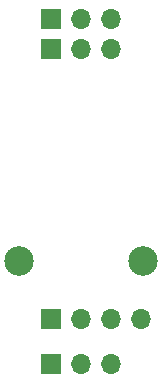
<source format=gbr>
%TF.GenerationSoftware,KiCad,Pcbnew,7.0.8*%
%TF.CreationDate,2024-12-10T13:47:32+00:00*%
%TF.ProjectId,working,776f726b-696e-4672-9e6b-696361645f70,rev?*%
%TF.SameCoordinates,Original*%
%TF.FileFunction,Soldermask,Bot*%
%TF.FilePolarity,Negative*%
%FSLAX46Y46*%
G04 Gerber Fmt 4.6, Leading zero omitted, Abs format (unit mm)*
G04 Created by KiCad (PCBNEW 7.0.8) date 2024-12-10 13:47:32*
%MOMM*%
%LPD*%
G01*
G04 APERTURE LIST*
%ADD10R,1.700000X1.700000*%
%ADD11O,1.700000X1.700000*%
%ADD12C,2.500000*%
G04 APERTURE END LIST*
D10*
%TO.C,CONN4*%
X-2540000Y-7620000D03*
D11*
X0Y-7620000D03*
X2540000Y-7620000D03*
X5080000Y-7620000D03*
%TD*%
D12*
%TO.C,REF\u002A\u002A*%
X5250000Y-2750000D03*
%TD*%
D10*
%TO.C,CONN3*%
X-2540000Y-11430000D03*
D11*
X0Y-11430000D03*
X2540000Y-11430000D03*
%TD*%
D10*
%TO.C,CONN2*%
X-2540000Y17780000D03*
D11*
X0Y17780000D03*
X2540000Y17780000D03*
%TD*%
D10*
%TO.C,CONN1*%
X-2540000Y15240000D03*
D11*
X0Y15240000D03*
X2540000Y15240000D03*
%TD*%
D12*
%TO.C,REF\u002A\u002A*%
X-5250000Y-2750000D03*
%TD*%
M02*

</source>
